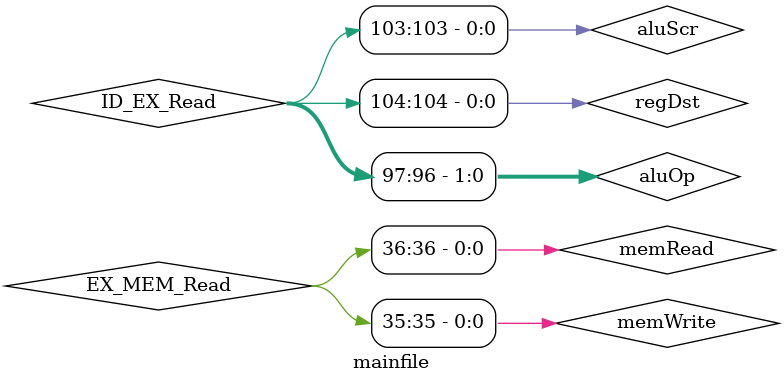
<source format=v>
`include "secClock.v"
`include "mainControl.v"
`include "IF_stage.v"
`include "mux5bit.v"
`include "ID_stage.v"
`include "mux32bit.v"
`include "aluControl.v"
`include "EX_stage.v"
`include "MEM_stage.v"

module mainfile;

//Declaring wires and registers

//Step 0: Control
	wire clock;
	reg halt;
	integer cycleNumber;
	wire [8:0] controlSignals;

//Step 1: IF
	reg [31:0] address;
	wire [31:0] instruction;

	reg [31:0] IF_ID_Write;
	reg [31:0] IF_ID_Read;

//Step 2: ID
	wire [4:0] muxOut;

	wire regDst;
	wire regWrite;
	wire signed [31:0] writeData;
	wire signed [31:0] readData1;
	wire signed [31:0] readData2;
	wire signed [31:0] signedImmediate;

	reg [120:0] ID_EX_Write;
	reg [120:0] ID_EX_Read;

//Step 3
	wire aluScr;
	wire signed [31:0] mux2Out;
	wire [3:0] aluOperation;
	wire [1:0] aluOp;
	wire signed [31:0] aluResult;

	reg[49:0] EX_MEM_Read;
	reg[49:0] EX_MEM_Write;

assign regDst = ID_EX_Read[104];

assign aluScr = ID_EX_Read[103];
assign aluOp = ID_EX_Read[97:96];

//Step 4
	wire signed [7:0] readData;
	wire signed [31:0] mux3out;
	wire signed [31:0] signedReadData;
	wire memWrite;
	wire memRead;
	wire memToReg;

	reg[46:0] MEM_WB_Read;
	reg[46:0] MEM_WB_Write;

	assign memRead = EX_MEM_Read[36];
	assign memWrite = EX_MEM_Read[35];

//Step 5
	assign memToReg = MEM_WB_Read[46];
	assign regWrite = MEM_WB_Read[45];


assign signedReadData = {{24{MEM_WB_Read[44]}}, MEM_WB_Read[44:37]};

//Initializing the variables 
	initial begin
	// //Step 0
		cycleNumber = 1'd0;
		address = 32'h0;
		halt = 1'b0;
	end

//Step 0: Setting the clock and generating the control signals
	secClock getClock(halt,clock);

//Step 1: IF
	IF_stage step1(address, instruction);
	mainControl generateControl(IF_ID_Read[31:26], controlSignals);

//Step 2: ID
	ID_stage step2(IF_ID_Read[25:21], IF_ID_Read[20:16], MEM_WB_Read[4:0], writeData, regWrite, readData1, readData2, clock);
	assign signedImmediate = {{16{IF_ID_Read[15]}}, IF_ID_Read[15:0]};

//Step 3: EX
	mux5bit mux1(ID_EX_Read[120:116], ID_EX_Read[115:111], regDst, muxOut);
	mux32bit mux2(ID_EX_Read[63:32], ID_EX_Read[31:0], aluScr, mux2Out);
	aluControl control2(ID_EX_Read[110:105], aluOp, aluOperation);

	EX_stage step3(aluOperation, ID_EX_Read[95:64], mux2Out, aluResult);

//Step 4: Reading to and Writing From Memory
	MEM_stage step4(EX_MEM_Read[31:0], EX_MEM_Read[44:37], memWrite, memRead, readData,clock);

//Step 5: Write Back
	mux32bit mux3(MEM_WB_Read[36:5], signedReadData, memToReg, writeData);


	always @ (posedge clock) begin
		address <= address + 4;
		cycleNumber <= cycleNumber + 1;

		//IF_stage();
		IF_ID_Write <= instruction;
		IF_ID_Read <= IF_ID_Write;

		#1 //ID_stage();
		ID_EX_Write <= {IF_ID_Read[20:16], IF_ID_Read[15:11], IF_ID_Read [5:0], controlSignals,readData1,readData2, signedImmediate};
		ID_EX_Read <= ID_EX_Write;

		#1 //EX_stage();
		EX_MEM_Write <= {muxOut,ID_EX_Read[39:32],ID_EX_Read[100:98],ID_EX_Read[102:101],aluResult};
		EX_MEM_Read <= EX_MEM_Write;

		#1 //MEM_stage();
		MEM_WB_Write <= {EX_MEM_Read[33:32], readData,EX_MEM_Read[31:0],EX_MEM_Read[49:45]};
		MEM_WB_Read <= MEM_WB_Write;
	end

	always @(negedge clock) begin
		$display("Clock Cycle %d \n", cycleNumber);		
		$display("IF/ID Write");
		$display("Inst = %h \n", IF_ID_Write[31:0]);

		$display("IF/ID Read");
		$display("Inst = %h \n", IF_ID_Read[31:0]);

		$display("ID/EX Write");
		$display("Control: RegDst = %b, ALUSrc = %b, ALUOp = %b, MemRead = %h, MemWrite = %h", ID_EX_Write[104], ID_EX_Write[103], ID_EX_Write[97:96], ID_EX_Write[100], ID_EX_Write[99]);
		$display("Branch = %b, MemToReg = %b, regWrite = %b \n", ID_EX_Write[98], ID_EX_Write[102], ID_EX_Write[101]);
		
		$display("ReadReg1Value = %h, ReadReg2Value = %h, SEOffset = %h", ID_EX_Write[95:64], ID_EX_Write[63:32], ID_EX_Write[31:0]);
		$display("WriteReg_20_16 = %d, WriteReg_15_11 = %d, Function = %h \n", ID_EX_Write[120:116], ID_EX_Write[115:111],ID_EX_Write[110:105]);

		$display("ID/EX Read");
		$display("Control: RegDst = %b, ALUSrc = %b, ALUOp = %b, MemRead = %h, MemWrite = %h", ID_EX_Read[104], ID_EX_Read[103], ID_EX_Read[97:96], ID_EX_Read[100], ID_EX_Read[99]);
		$display("Branch = %b, MemToReg = %b, RegWrite = %b \n", ID_EX_Read[98], ID_EX_Read[102], ID_EX_Read[101]);
		
		$display("ReadReg1Value = %h, ReadReg2Value = %h, SEOffset = %h", ID_EX_Read[95:64], ID_EX_Read[63:32], ID_EX_Read[31:0]);
		$display("WriteReg_20_16 = %d, WriteReg_15_11 = %d, Function = %h \n", ID_EX_Read[120:116], ID_EX_Read[115:111],ID_EX_Read[110:105]);

		$display("EX/MEM Write");
		$display("Control: MemRead = %b, MemWrite = %b, Branch = %b, MemToReg = %b, RegWrite %b", EX_MEM_Write[36],EX_MEM_Write[35],EX_MEM_Write[34],EX_MEM_Write[33],EX_MEM_Write[32]);
		$display("SWB = %h, WriteRegNum = %d, ALUResult = %h \n", EX_MEM_Write[44:37],EX_MEM_Write[49:45],EX_MEM_Write[31:0]);

		$display("EX/MEM Read");
		$display("Control: MemRead = %b, MemWrite = %b, Branch = %b, MemToReg = %b, RegWrite %b", EX_MEM_Read[36],EX_MEM_Read[35],EX_MEM_Read[34],EX_MEM_Read[33],EX_MEM_Read[32]);
		$display("SWB = %h, WriteRegNum = %d, ALUResult = %h \n", EX_MEM_Read[44:37],EX_MEM_Read[49:45],EX_MEM_Read[31:0]);
		
		$display("MEM/WB Write");
		$display("Control: = MemToReg = %b, RegWrite = %b", MEM_WB_Write[46],MEM_WB_Write[45]);
		$display("LWB = %h, ALUResult = %h, WriteRegNum = %d \n", MEM_WB_Write[44:37], MEM_WB_Write[36:5],MEM_WB_Write[4:0]);

		$display("MEM/WB Read");
		$display("Control: = MemToReg = %b, RegWrite = %b", MEM_WB_Read[46],MEM_WB_Read[45]);
		$display("LVDataValue = %h, ALUResult = %h, WriteRegNum = %d \n", MEM_WB_Read[44:37], MEM_WB_Read[36:5],MEM_WB_Read[4:0]);
		halt <= &instruction;
	end

endmodule
</source>
